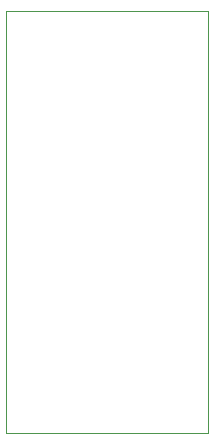
<source format=gbr>
%TF.GenerationSoftware,KiCad,Pcbnew,(6.0.11)*%
%TF.CreationDate,2024-01-03T21:38:51+00:00*%
%TF.ProjectId,BBCB-SWROM-32,42424342-2d53-4575-924f-4d2d33322e6b,rev?*%
%TF.SameCoordinates,Original*%
%TF.FileFunction,Profile,NP*%
%FSLAX46Y46*%
G04 Gerber Fmt 4.6, Leading zero omitted, Abs format (unit mm)*
G04 Created by KiCad (PCBNEW (6.0.11)) date 2024-01-03 21:38:51*
%MOMM*%
%LPD*%
G01*
G04 APERTURE LIST*
%TA.AperFunction,Profile*%
%ADD10C,0.100000*%
%TD*%
G04 APERTURE END LIST*
D10*
X144560000Y-104100000D02*
X161700000Y-104100000D01*
X161700000Y-104100000D02*
X161700000Y-68410000D01*
X161700000Y-68410000D02*
X144560000Y-68410000D01*
X144560000Y-68410000D02*
X144560000Y-104100000D01*
M02*

</source>
